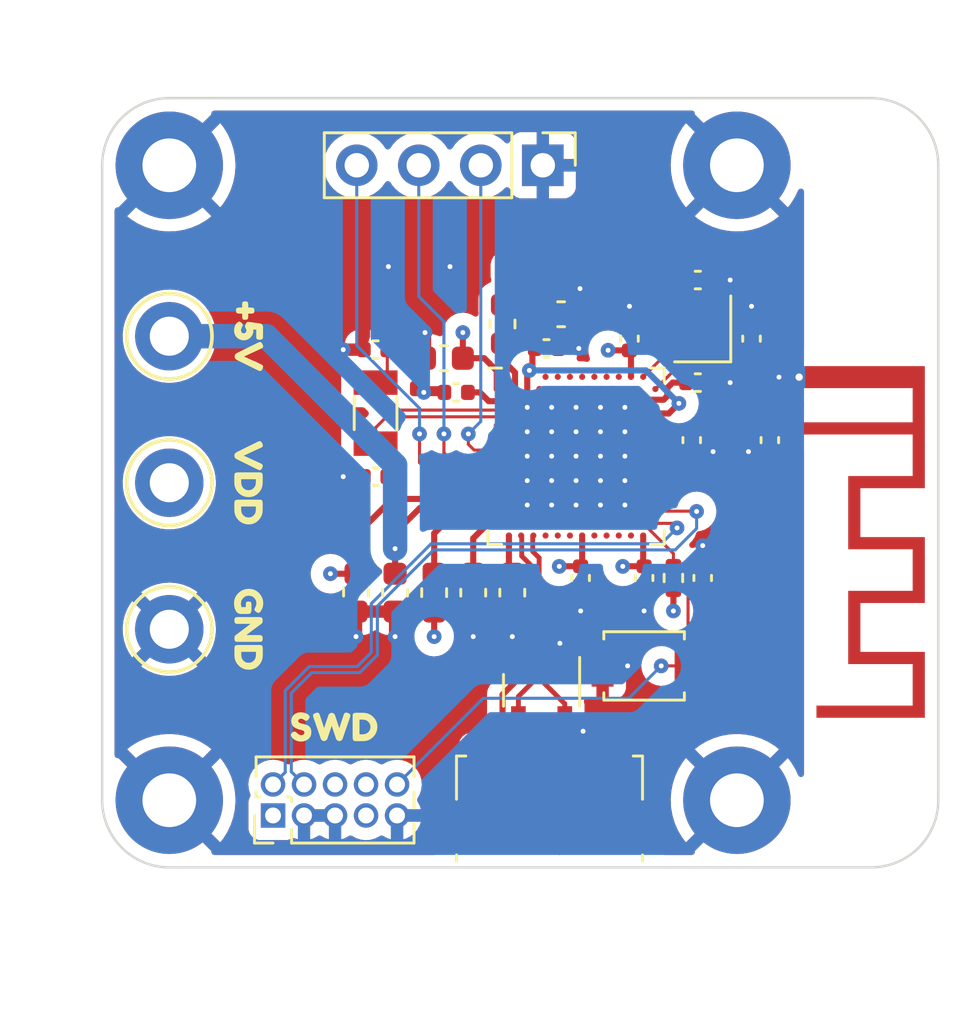
<source format=kicad_pcb>
(kicad_pcb (version 20211014) (generator pcbnew)
  (layers (0 "F.Cu" mixed) (1 "In1.Cu" power) (2 "In2.Cu" power) (31 "B.Cu" mixed) (34 "B.Paste" user) (35 "F.Paste" user) (36 "B.SilkS" user "B.Silkscreen") (37 "F.SilkS" user "F.Silkscreen") (38 "B.Mask" user) (39 "F.Mask" user) (44 "Edge.Cuts" user))
  (net 0 "")
  (net 1 "Net-(AE1-Pad1)")
  (net 2 "GND")
  (net 3 "Net-(C1-Pad2)")
  (net 4 "Net-(C2-Pad2)")
  (net 5 "/~{RESET}")
  (net 6 "Net-(C5-Pad1)")
  (net 7 "Net-(C6-Pad1)")
  (net 8 "Net-(C7-Pad1)")
  (net 9 "VBUS")
  (net 10 "VDD")
  (net 11 "+5V")
  (net 12 "/DEC46")
  (net 13 "/DECUSB")
  (net 14 "/DEC1")
  (net 15 "/DEC3")
  (net 16 "/USB_D-")
  (net 17 "/USB_D+")
  (net 19 "/SWDIO")
  (net 20 "/SWDCLK")
  (net 24 "/DCCH")
  (net 25 "/DCC")
  (net 26 "Net-(L3-Pad2)")
  (net 67 "/IO1")
  (net 68 "/IO2")
  (net 69 "/IO3")
  (footprint "MountingHole:MountingHole_2.2mm_M2_Pad" (layer "F.Cu") (at 138.75 87.5)
    (fp_text reference "H3")
    (fp_text value "MountingHole_Pad")
  )
  (footprint "Package_TO_SOT_SMD:SOT-143" (layer "F.Cu") (at 154 83 -90)
    (fp_text reference "D1")
    (fp_text value "SP0503BAHT")
  )
  (footprint "TestPoint:TestPoint_Keystone_5005-5009_Compact" (layer "F.Cu") (at 138.75 68.5)
    (fp_text reference "TP1")
    (fp_text value "TestPoint")
  )
  (footprint "kibuzzard-646267FA" (layer "F.Cu") (at 142 68.5 -90)
    (fp_text reference "kibuzzard-646267FA" hide)
    (fp_text value "G***" hide)
  )
  (footprint "Capacitor_SMD:C_0402_1005Metric" (layer "F.Cu") (at 160.15 72.755 -90)
    (fp_text reference "C5")
    (fp_text value "0.8pF")
  )
  (footprint "Capacitor_SMD:C_0603_1608Metric" (layer "F.Cu") (at 154.8 67.6)
    (fp_text reference "C12")
    (fp_text value "1µF")
  )
  (footprint "Capacitor_SMD:C_0603_1608Metric" (layer "F.Cu") (at 151.2 79 -90)
    (fp_text reference "C13")
    (fp_text value "4.7µF")
  )
  (footprint "Inductor_SMD:L_0402_1005Metric" (layer "F.Cu") (at 161.75 72.275 180)
    (fp_text reference "L1")
    (fp_text value "4.7nH")
  )
  (footprint "Capacitor_SMD:C_0402_1005Metric" (layer "F.Cu") (at 147.2 69.05 180)
    (fp_text reference "C6")
    (fp_text value "9pF")
  )
  (footprint "Capacitor_SMD:C_0402_1005Metric" (layer "F.Cu") (at 160.4 70.4)
    (fp_text reference "C18")
    (fp_text value "100pF")
  )
  (footprint "Button_Switch_SMD:SW_SPST_B3U-1000P" (layer "F.Cu") (at 158.2 82)
    (fp_text reference "SW1")
    (fp_text value "SW_Push")
  )
  (footprint "Capacitor_SMD:C_0603_1608Metric" (layer "F.Cu") (at 148 79 -90)
    (fp_text reference "C10")
    (fp_text value "4.7µF")
  )
  (footprint "Capacitor_SMD:C_0402_1005Metric" (layer "F.Cu") (at 154.2 69)
    (fp_text reference "C15")
    (fp_text value "47nF")
  )
  (footprint "Connector_PinHeader_2.54mm:PinHeader_1x04_P2.54mm_Vertical" (layer "F.Cu") (at 154.05 61.5 -90)
    (fp_text reference "J3")
    (fp_text value "Conn_01x04_Male")
  )
  (footprint "Capacitor_SMD:C_0402_1005Metric" (layer "F.Cu") (at 163.35 72.755 -90)
    (fp_text reference "C3")
    (fp_text value "0.5pF")
  )
  (footprint "MountingHole:MountingHole_2.2mm_M2_Pad" (layer "F.Cu") (at 162 61.5)
    (fp_text reference "H2")
    (fp_text value "MountingHole_Pad")
  )
  (footprint "Inductor_SMD:L_0603_1608Metric" (layer "F.Cu") (at 149.6 79 -90)
    (fp_text reference "L2")
    (fp_text value "10µH")
  )
  (footprint "Connector_USB:USB_Micro-B_Molex_47346-0001" (layer "F.Cu") (at 154.325 87.4)
    (fp_text reference "J1")
    (fp_text value "USB_B_Micro")
  )
  (footprint "kibuzzard-64626894" (layer "F.Cu") (at 145.5 84.5)
    (fp_text reference "kibuzzard-64626894" hide)
    (fp_text value "G***" hide)
  )
  (footprint "Inductor_SMD:L_0402_1005Metric" (layer "F.Cu") (at 153.2 65.8)
    (fp_text reference "L4")
    (fp_text value "15nH")
  )
  (footprint "kibuzzard-64626832" (layer "F.Cu") (at 142 80.5 -90)
    (fp_text reference "kibuzzard-64626832" hide)
    (fp_text value "G***" hide)
  )
  (footprint "Inductor_SMD:L_0603_1608Metric" (layer "F.Cu") (at 152.4 68 90)
    (fp_text reference "L3")
    (fp_text value "10µH")
  )
  (footprint "Capacitor_SMD:C_0603_1608Metric" (layer "F.Cu") (at 152.8 79 -90)
    (fp_text reference "C8")
    (fp_text value "4.7µF")
  )
  (footprint "MountingHole:MountingHole_2.2mm_M2_Pad" (layer "F.Cu") (at 138.75 61.5)
    (fp_text reference "H1")
    (fp_text value "MountingHole_Pad")
  )
  (footprint "MountingHole:MountingHole_2.2mm_M2_Pad" (layer "F.Cu") (at 162 87.5)
    (fp_text reference "H4")
    (fp_text value "MountingHole_Pad")
  )
  (footprint "RF_Antenna:Texas_SWRA117D_2.4GHz_Right" (layer "F.Cu") (at 164.55 72.275 -90)
    (fp_text reference "AE1")
    (fp_text value "Antenna_Shield")
  )
  (footprint "Capacitor_SMD:C_0402_1005Metric" (layer "F.Cu") (at 157.6 68.6 90)
    (fp_text reference "C17")
    (fp_text value "100nF")
  )
  (footprint "TestPoint:TestPoint_Keystone_5005-5009_Compact" (layer "F.Cu") (at 138.75 80.5)
    (fp_text reference "TP2")
    (fp_text value "TestPoint")
  )
  (footprint "Crystal:Crystal_SMD_2016-4Pin_2.0x1.6mm" (layer "F.Cu") (at 160.6 68.2 90)
    (fp_text reference "Y1")
    (fp_text value "32MHz")
  )
  (footprint "Capacitor_SMD:C_0402_1005Metric" (layer "F.Cu") (at 155.6 78.4 -90)
    (fp_text reference "C19")
    (fp_text value "100nF")
  )
  (footprint "TestPoint:TestPoint_Keystone_5005-5009_Compact" (layer "F.Cu") (at 138.75 74.5)
    (fp_text reference "TP3")
    (fp_text value "TestPoint")
  )
  (footprint "Capacitor_SMD:C_0402_1005Metric" (layer "F.Cu") (at 150.5 70.8 180)
    (fp_text reference "C16")
    (fp_text value "100nF")
  )
  (footprint "Connector_PinHeader_1.27mm:PinHeader_2x05_P1.27mm_Vertical" (layer "F.Cu") (at 143 88.125 90)
    (fp_text reference "J2")
    (fp_text value "Conn_ARM_JTAG_SWD_10")
  )
  (footprint "Capacitor_SMD:C_0402_1005Metric" (layer "F.Cu") (at 160.4 66.2 180)
    (fp_text reference "C2")
    (fp_text value "12pF")
  )
  (footprint "Resistor_SMD:R_0402_1005Metric" (layer "F.Cu") (at 159.4 78.4 90)
    (fp_text reference "R1")
    (fp_text value "10kΩ")
  )
  (footprint "Capacitor_SMD:C_0603_1608Metric" (layer "F.Cu") (at 150 69.4 180)
    (fp_text reference "C11")
    (fp_text value "1µF")
  )
  (footprint "Crystal:Crystal_SMD_3215-2Pin_3.2x1.5mm" (layer "F.Cu") (at 147.2 71.65 -90)
    (fp_text reference "Y2")
    (fp_text value "32.768kHz")
  )
  (footprint "Capacitor_SMD:C_0402_1005Metric" (layer "F.Cu") (at 162.6 68.6 -90)
    (fp_text reference "C1")
    (fp_text value "12pF")
  )
  (footprint "Capacitor_SMD:C_0402_1005Metric" (layer "F.Cu") (at 160.6 78.4 90)
    (fp_text reference "C4")
    (fp_text value "100nF")
  )
  (footprint "Package_DFN_QFN:Nordic_AQFN-73-1EP_7x7mm_P0.5mm" (layer "F.Cu") (at 155.4125 73.4125)
    (fp_text reference "U1")
    (fp_text value "nRF52840")
  )
  (footprint "Capacitor_SMD:C_0402_1005Metric" (layer "F.Cu") (at 147.2 74.25 180)
    (fp_text reference "C7")
    (fp_text value "9pF")
  )
  (footprint "Capacitor_SMD:C_0603_1608Metric" (layer "F.Cu") (at 146.4 79 -90)
    (fp_text reference "C9")
    (fp_text value "4.7µF")
  )
  (footprint "kibuzzard-646267F1" (layer "F.Cu") (at 142 74.5 -90)
    (fp_text reference "kibuzzard-646267F1" hide)
    (fp_text value "G***" hide)
  )
  (footprint "Capacitor_SMD:C_0402_1005Metric" (layer "F.Cu") (at 158.2 78.4 -90)
    (fp_text reference "C14")
    (fp_text value "100nF")
  )
  (gr_line (start 136 61.5) (end 136 87.5) (layer "Edge.Cuts") (width 0.1))
  (gr_arc (start 170.25 87.5) (mid 169.444544 89.444544) (end 167.5 90.25) (layer "Edge.Cuts") (width 0.1))
  (gr_line (start 170.25 87.5) (end 170.25 61.5) (layer "Edge.Cuts") (width 0.1))
  (gr_arc (start 136 61.5) (mid 136.805456 59.555456) (end 138.75 58.75) (layer "Edge.Cuts") (width 0.1))
  (gr_line (start 167.5 58.75) (end 138.75 58.75) (layer "Edge.Cuts") (width 0.1))
  (gr_arc (start 167.5 58.75) (mid 169.444544 59.555456) (end 170.25 61.5) (layer "Edge.Cuts") (width 0.1))
  (gr_arc (start 138.75 90.25) (mid 136.805456 89.444544) (end 136 87.5) (layer "Edge.Cuts") (width 0.1))
  (gr_line (start 138.75 90.25) (end 167.5 90.25) (layer "Edge.Cuts") (width 0.1))
  (segment (start 163.35 72.275) (end 164.55 72.275) (width 0.245) (layer "F.Cu") (net 1))
  (segment (start 162.235 72.275) (end 163.35 72.275) (width 0.245) (layer "F.Cu") (net 1))
  (segment (start 154.68 69) (end 155.525 69) (width 0.25) (layer "F.Cu") (net 2))
  (segment (start 149.225 69.4) (end 149.225 68.35) (width 0.25) (layer "F.Cu") (net 2))
  (segment (start 155.625 84.75) (end 155.7 84.675) (width 0.25) (layer "F.Cu") (net 2))
  (segment (start 153.9125 70.6625) (end 153.9125 71.9125) (width 0.25) (layer "F.Cu") (net 2))
  (segment (start 153.9125 71.9125) (end 155.4125 73.4125) (width 0.25) (layer "F.Cu") (net 2))
  (segment (start 160.05 68.9) (end 160.05 68.65) (width 0.25) (layer "F.Cu") (net 2))
  (segment (start 156.9125 71.9125) (end 155.4125 73.4125) (width 0.25) (layer "F.Cu") (net 2))
  (segment (start 146.72 69.05) (end 145.875 69.05) (width 0.25) (layer "F.Cu") (net 2))
  (segment (start 158.2 78.88) (end 158.2 79.75) (width 0.25) (layer "F.Cu") (net 2))
  (segment (start 156.5 82) (end 157.525 82) (width 0.25) (layer "F.Cu") (net 2))
  (segment (start 155.575 67.6) (end 155.575 66.55) (width 0.25) (layer "F.Cu") (net 2))
  (segment (start 152.8 79.775) (end 152.8 80.8) (width 0.25) (layer "F.Cu") (net 2))
  (segment (start 155.6 78.88) (end 155.6 79.75) (width 0.25) (layer "F.Cu") (net 2))
  (segment (start 160.5 68.2) (end 160.7 68.2) (width 0.25) (layer "F.Cu") (net 2))
  (segment (start 161.015 73.235) (end 161.025 73.225) (width 0.25) (layer "F.Cu") (net 2))
  (segment (start 161.15 67.5) (end 161.375 67.275) (width 0.25) (layer "F.Cu") (net 2))
  (segment (start 158.1625 71.9125) (end 156.9125 71.9125) (width 0.25) (layer "F.Cu") (net 2))
  (segment (start 160.6 77.92) (end 160.6 77.075) (width 0.25) (layer "F.Cu") (net 2))
  (segment (start 161.375 67.275) (end 162.6 67.275) (width 0.25) (layer "F.Cu") (net 2))
  (segment (start 157.6 68.12) (end 157.6 67.275) (width 0.25) (layer "F.Cu") (net 2))
  (segment (start 161.15 67.75) (end 161.15 67.5) (width 0.25) (layer "F.Cu") (net 2))
  (segment (start 150.02 70.8) (end 149.175 70.8) (width 0.25) (layer "F.Cu") (net 2))
  (segment (start 163.35 73.235) (end 162.485 73.235) (width 0.25) (layer "F.Cu") (net 2))
  (segment (start 160.7 68.2) (end 161.15 67.75) (width 0.25) (layer "F.Cu") (net 2))
  (segment (start 155.625 85.94) (end 155.625 84.75) (width 0.25) (layer "F.Cu") (net 2))
  (segment (start 148 79.775) (end 148 80.8) (width 0.25) (layer "F.Cu") (net 2))
  (segment (start 146.72 74.25) (end 145.875 74.25) (width 0.25) (layer "F.Cu") (net 2))
  (segment (start 164.55 70.175) (end 163.725 70.175) (width 0.25) (layer "F.Cu") (net 2))
  (segment (start 154.75 82) (end 154.75 81.075) (width 0.25) (layer "F.Cu") (net 2))
  (segment (start 162.6 68.12) (end 162.6 67.275) (width 0.25) (layer "F.Cu") (net 2))
  (segment (start 160.88 70.4) (end 161.725 70.4) (width 0.25) (layer "F.Cu") (net 2))
  (segment (start 160.88 66.2) (end 161.725 66.2) (width 0.25) (layer "F.Cu") (net 2))
  (segment (start 160.15 73.235) (end 161.015 73.235) (width 0.25) (layer "F.Cu") (net 2))
  (segment (start 151.2 79.775) (end 151.2 80.8) (width 0.25) (layer "F.Cu") (net 2))
  (segment (start 160.05 68.65) (end 160.5 68.2) (width 0.25) (layer "F.Cu") (net 2))
  (segment (start 146.4 79.775) (end 146.4 80.8) (width 0.25) (layer "F.Cu") (net 2))
  (segment (start 162.485 73.235) (end 162.475 73.225) (width 0.25) (layer "F.Cu") (net 2))
  (via (at 157.4125 73.4125) (size 0.6) (drill 0.2) (layers "F.Cu" "B.Cu") (net 2))
  (via (at 155.4125 73.4125) (size 0.6) (drill 0.2) (layers "F.Cu" "B.Cu") (net 2))
  (via (at 155.4125 74.4125) (size 0.6) (drill 0.2) (layers "F.Cu" "B.Cu") (net 2))
  (via (at 156.4125 71.4125) (size 0.6) (drill 0.2) (layers "F.Cu" "B.Cu") (net 2))
  (via (at 145.875 74.25) (size 0.6) (drill 0.2) (layers "F.Cu" "B.Cu") (net 2))
  (via (at 153.4125 71.4125) (size 0.6) (drill 0.2) (layers "F.Cu" "B.Cu") (net 2))
  (via (at 155.4125 75.4125) (size 0.6) (drill 0.2) (layers "F.Cu" "B.Cu") (net 2))
  (via (at 162.475 73.225) (size 0.6) (drill 0.2) (layers "F.Cu" "B.Cu") (net 2))
  (via (at 155.4125 72.4125) (size 0.6) (drill 0.2) (layers "F.Cu" "B.Cu") (net 2))
  (via (at 155.7 84.675) (size 0.6) (drill 0.2) (layers "F.Cu" "B.Cu") (net 2))
  (via (at 156.4125 73.4125) (size 0.6) (drill 0.2) (layers "F.Cu" "B.Cu") (net 2))
  (via (at 161.025 73.225) (size 0.6) (drill 0.2) (layers "F.Cu" "B.Cu") (net 2))
  (via (at 160.6 77.075) (size 0.6) (drill 0.2) (layers "F.Cu" "B.Cu") (net 2))
  (via (at 157.4125 71.4125) (size 0.6) (drill 0.2) (layers "F.Cu" "B.Cu") (net 2))
  (via (at 158.2 79.75) (size 0.6) (drill 0.2) (layers "F.Cu" "B.Cu") (net 2))
  (via (at 154.4125 73.4125) (size 0.6) (drill 0.2) (layers "F.Cu" "B.Cu") (net 2))
  (via (at 161.725 66.2) (size 0.6) (drill 0.2) (layers "F.Cu" "B.Cu") (net 2))
  (via (at 147.725 65.65) (size 0.6) (drill 0.2) (layers "F.Cu" "B.Cu") (net 2))
  (via (at 163.725 70.175) (size 0.6) (drill 0.2) (layers "F.Cu" "B.Cu") (net 2))
  (via (at 150.25 65.65) (size 0.6) (drill 0.2) (layers "F.Cu" "B.Cu") (net 2))
  (via (at 153.4125 75.4125) (size 0.6) (drill 0.2) (layers "F.Cu" "B.Cu") (net 2))
  (via (at 154.75 81.075) (size 0.6) (drill 0.2) (layers "F.Cu" "B.Cu") (net 2))
  (via (at 154.4125 74.4125) (size 0.6) (drill 0.2) (layers "F.Cu" "B.Cu") (net 2))
  (via (at 155.6 79.75) (size 0.6) (drill 0.2) (layers "F.Cu" "B.Cu") (net 2))
  (via (at 145.875 69.05) (size 0.6) (drill 0.2) (layers "F.Cu" "B.Cu") (net 2))
  (via (at 155.575 66.55) (size 0.6) (drill 0.2) (layers "F.Cu" "B.Cu") (net 2))
  (via (at 153.4125 72.4125) (size 0.6) (drill 0.2) (layers "F.Cu" "B.Cu") (net 2))
  (via (at 153.4125 73.4125) (size 0.6) (drill 0.2) (layers "F.Cu" "B.Cu") (net 2))
  (via (at 156.4125 72.4125) (size 0.6) (drill 0.2) (layers "F.Cu" "B.Cu") (net 2))
  (via (at 157.4125 74.4125) (size 0.6) (drill 0.2) (layers "F.Cu" "B.Cu") (net 2))
  (via (at 156.4125 74.4125) (size 0.6) (drill 0.2) (layers "F.Cu" "B.Cu") (net 2))
  (via (at 152.8 80.8) (size 0.6) (drill 0.2) (layers "F.Cu" "B.Cu") (net 2))
  (via (at 154.4125 72.4125) (size 0.6) (drill 0.2) (layers "F.Cu" "B.Cu") (net 2))
  (via (at 156.4125 75.4125) (size 0.6) (drill 0.2) (layers "F.Cu" "B.Cu") (net 2))
  (via (at 148 80.8) (size 0.6) (drill 0.2) (layers "F.Cu" "B.Cu") (net 2))
  (via (at 154.4125 71.4125) (size 0.6) (drill 0.2) (layers "F.Cu" "B.Cu") (net 2))
  (via (at 155.525 69) (size 0.6) (drill 0.2) (layers "F.Cu" "B.Cu") (net 2))
  (via (at 149.225 68.35) (size 0.6) (drill 0.2) (layers "F.Cu" "B.Cu") (net 2))
  (via (at 154.4125 75.4125) (size 0.6) (drill 0.2) (layers "F.Cu" "B.Cu") (net 2))
  (via (at 157.4125 75.4125) (size 0.6) (drill 0.2) (layers "F.Cu" "B.Cu") (net 2))
  (via (at 157.525 82) (size 0.6) (drill 0.2) (layers "F.Cu" "B.Cu") (net 2))
  (via (at 161.725 70.4) (size 0.6) (drill 0.2) (layers "F.Cu" "B.Cu") (net 2))
  (via (at 155.4125 71.4125) (size 0.6) (drill 0.2) (layers "F.Cu" "B.Cu") (net 2))
  (via (at 146.4 80.8) (size 0.6) (drill 0.2) (layers "F.Cu" "B.Cu") (net 2))
  (via (at 157.4125 72.4125) (size 0.6) (drill 0.2) (layers "F.Cu" "B.Cu") (net 2))
  (via (at 149.175 70.8) (size 0.6) (drill 0.2) (layers "F.Cu" "B.Cu") (net 2))
  (via (at 151.2 80.8) (size 0.6) (drill 0.2) (layers "F.Cu" "B.Cu") (net 2))
  (via (at 162.6 67.275) (size 0.6) (drill 0.2) (layers "F.Cu" "B.Cu") (net 2))
  (via (at 153.4125 74.4125) (size 0.6) (drill 0.2) (layers "F.Cu" "B.Cu") (net 2))
  (via (at 157.6 67.275) (size 0.6) (drill 0.2) (layers "F.Cu" "B.Cu") (net 2))
  (segment (start 161.15 69.5) (end 161.15 68.9) (width 0.125) (layer "F.Cu") (net 3))
  (segment (start 161.15 68.9) (end 161.33 69.08) (width 0.125) (layer "F.Cu") (net 3))
  (segment (start 158.6625 70.6625) (end 159.525 69.8) (width 0.125) (layer "F.Cu") (net 3))
  (segment (start 159.525 69.8) (end 160.85 69.8) (width 0.125) (layer "F.Cu") (net 3))
  (segment (start 161.33 69.08) (end 162.6 69.08) (width 0.125) (layer "F.Cu") (net 3))
  (segment (start 160.85 69.8) (end 161.15 69.5) (width 0.125) (layer "F.Cu") (net 3))
  (segment (start 159.1 69.225) (end 159.1 67.9) (width 0.125) (layer "F.Cu") (net 4))
  (segment (start 159.92 67.37) (end 160.05 67.5) (width 0.125) (layer "F.Cu") (net 4))
  (segment (start 159.92 66.2) (end 159.92 67.37) (width 0.125) (layer "F.Cu") (net 4))
  (segment (start 158.1625 70.1625) (end 159.1 69.225) (width 0.125) (layer "F.Cu") (net 4))
  (segment (start 159.5 67.5) (end 160.05 67.5) (width 0.125) (layer "F.Cu") (net 4))
  (segment (start 159.1 67.9) (end 159.5 67.5) (width 0.125) (layer "F.Cu") (net 4))
  (segment (start 159.9 82) (end 158.9 82) (width 0.125) (layer "F.Cu") (net 5))
  (segment (start 160.005 78.88) (end 160 78.875) (width 0.125) (layer "F.Cu") (net 5))
  (segment (start 160 81.9) (end 159.9 82) (width 0.125) (layer "F.Cu") (net 5))
  (segment (start 160 78.025) (end 160 78.75) (width 0.125) (layer "F.Cu") (net 5))
  (segment (start 159.4 77.89) (end 159.865 77.89) (width 0.125) (layer "F.Cu") (net 5))
  (segment (start 155.9125 76.1625) (end 156.4125 76.1625) (width 0.125) (layer "F.Cu") (net 5))
  (segment (start 155.4125 76.1625) (end 155.9125 76.1625) (width 0.125) (layer "F.Cu") (net 5))
  (segment (start 159.4 77.4) (end 159.4 77.89) (width 0.125) (layer "F.Cu") (net 5))
  (segment (start 156.4125 76.1625) (end 156.9125 76.1625) (width 0.125) (layer "F.Cu") (net 5))
  (segment (start 156.9125 76.1625) (end 157.4125 76.1625) (width 0.125) (layer "F.Cu") (net 5))
  (segment (start 157.4125 76.1625) (end 158.1625 76.1625) (width 0.125) (layer "F.Cu") (net 5))
  (segment (start 158.1625 76.1625) (end 159.4 77.4) (width 0.125) (layer "F.Cu") (net 5))
  (segment (start 159.865 77.89) (end 160 78.025) (width 0.125) (layer "F.Cu") (net 5))
  (segment (start 160.6 78.88) (end 160.005 78.88) (width 0.125) (layer "F.Cu") (net 5))
  (segment (start 160 78.875) (end 160 81.9) (width 0.125) (layer "F.Cu") (net 5))
  (segment (start 160 78.75) (end 160 78.875) (width 0.125) (layer "F.Cu") (net 5))
  (via (at 158.9 82) (size 0.6) (drill 0.2) (layers "F.Cu" "B.Cu") (net 5))
  (segment (start 151.61 83.325) (end 148.08 86.855) (width 0.125) (layer "B.Cu") (net 5))
  (segment (start 157.575 83.325) (end 151.61 83.325) (width 0.125) (layer "B.Cu") (net 5))
  (segment (start 158.9 82) (end 157.575 83.325) (width 0.125) (layer "B.Cu") (net 5))
  (segment (start 158.3 72.275) (end 160.15 72.275) (width 0.245) (layer "F.Cu") (net 6))
  (segment (start 158.1625 72.4125) (end 158.3 72.275) (width 0.245) (layer "F.Cu") (net 6))
  (segment (start 160.15 72.275) (end 161.265 72.275) (width 0.245) (layer "F.Cu") (net 6))
  (segment (start 147.65 71.525) (end 147.2 71.075) (width 0.125) (layer "F.Cu") (net 7))
  (segment (start 152.55 71.525) (end 147.65 71.525) (width 0.125) (layer "F.Cu") (net 7))
  (segment (start 147.68 69.05) (end 147.68 69.92) (width 0.125) (layer "F.Cu") (net 7))
  (segment (start 147.2 71.075) (end 147.2 70.4) (width 0.125) (layer "F.Cu") (net 7))
  (segment (start 147.68 69.92) (end 147.2 70.4) (width 0.125) (layer "F.Cu") (net 7))
  (segment (start 152.6625 71.4125) (end 152.55 71.525) (width 0.125) (layer "F.Cu") (net 7))
  (segment (start 147.2 72.246447) (end 147.2 72.9) (width 0.125) (layer "F.Cu") (net 8))
  (segment (start 152.6625 71.9125) (end 152.55 71.8) (width 0.125) (layer "F.Cu") (net 8))
  (segment (start 152.55 71.8) (end 147.646447 71.8) (width 0.125) (layer "F.Cu") (net 8))
  (segment (start 147.2 72.9) (end 147.68 73.38) (width 0.125) (layer "F.Cu") (net 8))
  (segment (start 147.68 73.38) (end 147.68 74.25) (width 0.125) (layer "F.Cu") (net 8))
  (segment (start 147.646447 71.8) (end 147.2 72.246447) (width 0.125) (layer "F.Cu") (net 8))
  (segment (start 152 79.025) (end 152 81.425) (width 0.25) (layer "F.Cu") (net 9))
  (segment (start 152 81.425) (end 152.575 82) (width 0.25) (layer "F.Cu") (net 9))
  (segment (start 152.575 82) (end 153.05 82) (width 0.25) (layer "F.Cu") (net 9))
  (segment (start 152.8 78.225) (end 152 79.025) (width 0.25) (layer "F.Cu") (net 9))
  (segment (start 152.4 84.45) (end 152.4 83.175) (width 0.25) (layer "F.Cu") (net 9))
  (segment (start 153.025 85.075) (end 152.4 84.45) (width 0.25) (layer "F.Cu") (net 9))
  (segment (start 152.6625 78.0875) (end 152.8 78.225) (width 0.25) (layer "F.Cu") (net 9))
  (segment (start 152.4 83.175) (end 153.05 82.525) (width 0.25) (layer "F.Cu") (net 9))
  (segment (start 153.025 85.94) (end 153.025 85.075) (width 0.25) (layer "F.Cu") (net 9))
  (segment (start 152.6625 76.6625) (end 152.6625 78.0875) (width 0.25) (layer "F.Cu") (net 9))
  (segment (start 153.05 82.525) (end 153.05 82) (width 0.25) (layer "F.Cu") (net 9))
  (segment (start 159.4 78.91) (end 159.4 79.75) (width 0.25) (layer "F.Cu") (net 10))
  (segment (start 154.73 77.92) (end 154.725 77.925) (width 0.25) (layer "F.Cu") (net 10))
  (segment (start 158.1625 76.6625) (end 158.1625 77.8825) (width 0.25) (layer "F.Cu") (net 10))
  (segment (start 157.6625 70.1625) (end 157.6625 69.1425) (width 0.25) (layer "F.Cu") (net 10))
  (segment (start 155.6 77.92) (end 154.73 77.92) (width 0.25) (layer "F.Cu") (net 10))
  (segment (start 156.73 69.08) (end 156.725 69.075) (width 0.25) (layer "F.Cu") (net 10))
  (segment (start 155.6625 77.8575) (end 155.6 77.92) (width 0.25) (layer "F.Cu") (net 10))
  (segment (start 150.775 69.4) (end 150.775 68.35) (width 0.25) (layer "F.Cu") (net 10))
  (segment (start 152.1625 75.1625) (end 147.8875 75.1625) (width 0.25) (layer "F.Cu") (net 10))
  (segment (start 157.6625 69.1425) (end 157.6 69.08) (width 0.25) (layer "F.Cu") (net 10))
  (segment (start 152.1625 70.6625) (end 152.1625 69.9125) (width 0.25) (layer "F.Cu") (net 10))
  (segment (start 151.65 69.4) (end 150.775 69.4) (width 0.25) (layer "F.Cu") (net 10))
  (segment (start 158.2 77.92) (end 157.33 77.92) (width 0.25) (layer "F.Cu") (net 10))
  (segment (start 157.6 69.08) (end 156.73 69.08) (width 0.25) (layer "F.Cu") (net 10))
  (segment (start 149.6 79.7875) (end 149.6 80.8) (width 0.25) (layer "F.Cu") (net 10))
  (segment (start 146.4 78.225) (end 145.35 78.225) (width 0.25) (layer "F.Cu") (net 10))
  (segment (start 157.33 77.92) (end 157.325 77.925) (width 0.25) (layer "F.Cu") (net 10))
  (segment (start 152.1625 69.9125) (end 151.65 69.4) (width 0.25) (layer "F.Cu") (net 10))
  (segment (start 158.1625 77.8825) (end 158.2 77.92) (width 0.25) (layer "F.Cu") (net 10))
  (segment (start 147.8875 75.1625) (end 146.4 76.65) (width 0.25) (layer "F.Cu") (net 10))
  (segment (start 155.6625 76.6625) (end 155.6625 77.8575) (width 0.25) (layer "F.Cu") (net 10))
  (segment (start 146.4 76.65) (end 146.4 78.225) (width 0.25) (layer "F.Cu") (net 10))
  (via (at 150.775 68.35) (size 0.6) (drill 0.2) (layers "F.Cu" "B.Cu") (net 10))
  (via (at 149.6 80.8) (size 0.6) (drill 0.2) (layers "F.Cu" "B.Cu") (net 10))
  (via (at 156.725 69.075) (size 0.6) (drill 0.2) (layers "F.Cu" "B.Cu") (net 10))
  (via (at 145.35 78.225) (size 0.6) (drill 0.2) (layers "F.Cu" "B.Cu") (net 10))
  (via (at 159.4 79.75) (size 0.6) (drill 0.2) (layers "F.Cu" "B.Cu") (net 10))
  (via (at 154.725 77.925) (size 0.6) (drill 0.2) (layers "F.Cu" "B.Cu") (net 10))
  (via (at 157.325 77.925) (size 0.6) (drill 0.2) (layers "F.Cu" "B.Cu") (net 10))
  (segment (start 152.5375 75.5375) (end 149.0125 75.5375) (width 0.25) (layer "F.Cu") (net 11))
  (segment (start 149.0125 75.5375) (end 148 76.55) (width 0.25) (layer "F.Cu") (net 11))
  (segment (start 148 76.55) (end 148 77.2) (width 0.25) (layer "F.Cu") (net 11))
  (segment (start 148 78.225) (end 148 77.2) (width 0.25) (layer "F.Cu") (net 11))
  (segment (start 152.6625 75.4125) (end 152.5375 75.5375) (width 0.25) (layer "F.Cu") (net 11))
  (via (at 148 77.2) (size 0.6) (drill 0.2) (layers "F.Cu" "B.Cu") (net 11))
  (segment (start 148 73.775) (end 148 77.2) (width 1) (layer "B.Cu") (net 11))
  (segment (start 138.75 68.5) (end 142.725 68.5) (width 1) (layer "B.Cu") (net 11))
  (segment (start 142.725 68.5) (end 148 73.775) (width 1) (layer "B.Cu") (net 11))
  (segment (start 153.4125 70.6625) (end 153.4125 69.9875) (width 0.25) (layer "F.Cu") (net 12))
  (segment (start 153.625 69.095) (end 153.72 69) (width 0.25) (layer "F.Cu") (net 12))
  (segment (start 153.5 69.9) (end 153.625 69.775) (width 0.25) (layer "F.Cu") (net 12))
  (segment (start 153.4125 69.9875) (end 153.5 69.9) (width 0.25) (layer "F.Cu") (net 12))
  (segment (start 153.8 68.92) (end 153.8 67.825) (width 0.25) (layer "F.Cu") (net 12))
  (segment (start 153.8 67.825) (end 154.025 67.6) (width 0.25) (layer "F.Cu") (net 12))
  (segment (start 158.6625 71.6625) (end 159.2125 71.6625) (width 0.25) (layer "F.Cu") (net 12))
  (segment (start 153.625 69.775) (end 153.625 69.095) (width 0.25) (layer "F.Cu") (net 12))
  (segment (start 153.775 65.89) (end 153.685 65.8) (width 0.25) (layer "F.Cu") (net 12))
  (segment (start 154.025 67.6) (end 153.775 67.35) (width 0.25) (layer "F.Cu") (net 12))
  (segment (start 159.2125 71.6625) (end 159.625 71.25) (width 0.25) (layer "F.Cu") (net 12))
  (segment (start 153.775 67.35) (end 153.775 65.89) (width 0.25) (layer "F.Cu") (net 12))
  (segment (start 153.72 69) (end 153.8 68.92) (width 0.25) (layer "F.Cu") (net 12))
  (via (at 159.625 71.25) (size 0.6) (drill 0.2) (layers "F.Cu" "B.Cu") (net 12))
  (via (at 153.5 69.9) (size 0.6) (drill 0.2) (layers "F.Cu" "B.Cu") (net 12))
  (segment (start 153.5 69.9) (end 158.275 69.9) (width 0.25) (layer "B.Cu") (net 12))
  (segment (start 158.275 69.9) (end 159.625 71.25) (width 0.25) (layer "B.Cu") (net 12))
  (segment (start 151.6875 76.2875) (end 151.2 76.775) (width 0.25) (layer "F.Cu") (net 13))
  (segment (start 151.2 76.775) (end 151.2 78.225) (width 0.25) (layer "F.Cu") (net 13))
  (segment (start 153.2875 76.2875) (end 151.6875 76.2875) (width 0.25) (layer "F.Cu") (net 13))
  (segment (start 153.4125 76.1625) (end 153.2875 76.2875) (width 0.25) (layer "F.Cu") (net 13))
  (segment (start 151.8375 71.1625) (end 152.1625 71.1625) (width 0.25) (layer "F.Cu") (net 14))
  (segment (start 151.475 70.8) (end 151.8375 71.1625) (width 0.25) (layer "F.Cu") (net 14))
  (segment (start 150.98 70.8) (end 151.475 70.8) (width 0.25) (layer "F.Cu") (net 14))
  (segment (start 158.475 71.1) (end 159 71.1) (width 0.25) (layer "F.Cu") (net 15))
  (segment (start 159.15 70.616942) (end 159.366942 70.4) (width 0.25) (layer "F.Cu") (net 15))
  (segment (start 159.15 70.95) (end 159.15 70.616942) (width 0.25) (layer "F.Cu") (net 15))
  (segment (start 159 71.1) (end 159.15 70.95) (width 0.25) (layer "F.Cu") (net 15))
  (segment (start 158.1625 71.4125) (end 158.475 71.1) (width 0.25) (layer "F.Cu") (net 15))
  (segment (start 159.366942 70.4) (end 159.92 70.4) (width 0.25) (layer "F.Cu") (net 15))
  (segment (start 153.1625 76.6625) (end 153.187499 76.687499) (width 0.2) (layer "F.Cu") (net 16))
  (segment (start 153.675 85.94) (end 153.675 85.05) (width 0.2) (layer "F.Cu") (net 16))
  (segment (start 153.05 84.425) (end 153.05 84) (width 0.2) (layer "F.Cu") (net 16))
  (segment (start 153.675 85.05) (end 153.05 84.425) (width 0.2) (layer "F.Cu") (net 16))
  (segment (start 153.575 77.888604) (end 153.575 82.725) (width 0.2) (layer "F.Cu") (net 16))
  (segment (start 153.575 82.725) (end 153.05 83.25) (width 0.2) (layer "F.Cu") (net 16))
  (segment (start 153.187499 76.687499) (end 153.187499 77.501103) (width 0.2) (layer "F.Cu") (net 16))
  (segment (start 153.05 83.25) (end 153.05 84) (width 0.2) (layer "F.Cu") (net 16))
  (segment (start 153.187499 77.501103) (end 153.575 77.888604) (width 0.2) (layer "F.Cu") (net 16))
  (segment (start 153.9 77.577234) (end 153.9 82.5) (width 0.2) (layer "F.Cu") (net 17))
  (segment (start 153.9 82.5) (end 154.95 83.55) (width 0.2) (layer "F.Cu") (net 17))
  (segment (start 154.325 85.94) (end 154.325 85.05) (width 0.2) (layer "F.Cu") (net 17))
  (segment (start 154.325 85.05) (end 154.95 84.425) (width 0.2) (layer "F.Cu") (net 17))
  (segment (start 154.95 84.425) (end 154.95 84) (width 0.2) (layer "F.Cu") (net 17))
  (segment (start 153.6625 76.6625) (end 153.637501 76.687499) (width 0.2) (layer "F.Cu") (net 17))
  (segment (start 153.637501 77.314735) (end 153.9 77.577234) (width 0.2) (layer "F.Cu") (net 17))
  (segment (start 154.95 83.55) (end 154.95 84) (width 0.2) (layer "F.Cu") (net 17))
  (segment (start 153.637501 76.687499) (end 153.637501 77.314735) (width 0.2) (layer "F.Cu") (net 17))
  (segment (start 159.3625 76.1625) (end 159.55 76.35) (width 0.125) (layer "F.Cu") (net 19))
  (segment (start 158.6625 76.1625) (end 159.3625 76.1625) (width 0.125) (layer "F.Cu") (net 19))
  (via (at 159.55 76.35) (size 0.6) (drill 0.2) (layers "F.Cu" "B.Cu") (net 19))
  (segment (start 144.48557 82.025) (end 143.5 83.01057) (width 0.125) (layer "B.Cu") (net 19))
  (segment (start 149.475 77) (end 147.025 79.45) (width 0.125) (layer "B.Cu") (net 19))
  (segment (start 147.025 79.45) (end 147.025 81.45) (width 0.125) (layer "B.Cu") (net 19))
  (segment (start 143.5 83.01057) (end 143.5 86.355) (width 0.125) (layer "B.Cu") (net 19))
  (segment (start 158.9 77) (end 149.475 77) (width 0.125) (layer "B.Cu") (net 19))
  (segment (start 159.55 76.35) (end 158.9 77) (width 0.125) (layer "B.Cu") (net 19))
  (segment (start 146.45 82.025) (end 144.48557 82.025) (width 0.125) (layer "B.Cu") (net 19))
  (segment (start 143.5 86.355) (end 143 86.855) (width 0.125) (layer "B.Cu") (net 19))
  (segment (start 147.025 81.45) (end 146.45 82.025) (width 0.125) (layer "B.Cu") (net 19))
  (segment (start 158.6625 75.6625) (end 160.3375 75.6625) (width 0.125) (layer "F.Cu") (net 20))
  (segment (start 160.3375 75.6625) (end 160.35 75.675) (width 0.125) (layer "F.Cu") (net 20))
  (via (at 160.35 75.675) (size 0.6) (drill 0.2) (layers "F.Cu" "B.Cu") (net 20))
  (segment (start 159.475 77.25) (end 149.578554 77.25) (width 0.125) (layer "B.Cu") (net 20))
  (segment (start 160.35 75.675) (end 160.35 76.375) (width 0.125) (layer "B.Cu") (net 20))
  (segment (start 160.35 76.375) (end 159.475 77.25) (width 0.125) (layer "B.Cu") (net 20))
  (segment (start 146.553553 82.275) (end 144.589124 82.275) (width 0.125) (layer "B.Cu") (net 20))
  (segment (start 147.275 79.553554) (end 147.275 81.553554) (width 0.125) (layer "B.Cu") (net 20))
  (segment (start 143.75 86.335) (end 144.27 86.855) (width 0.125) (layer "B.Cu") (net 20))
  (segment (start 143.75 83.114124) (end 143.75 86.335) (width 0.125) (layer "B.Cu") (net 20))
  (segment (start 149.578554 77.25) (end 147.275 79.553554) (width 0.125) (layer "B.Cu") (net 20))
  (segment (start 147.275 81.553554) (end 146.553553 82.275) (width 0.125) (layer "B.Cu") (net 20))
  (segment (start 144.589124 82.275) (end 143.75 83.114124) (width 0.125) (layer "B.Cu") (net 20))
  (segment (start 149.6 76.575) (end 149.6 78.2125) (width 0.25) (layer "F.Cu") (net 24))
  (segment (start 150.2625 75.9125) (end 149.6 76.575) (width 0.25) (layer "F.Cu") (net 24))
  (segment (start 152.6625 75.9125) (end 150.2625 75.9125) (width 0.25) (layer "F.Cu") (net 24))
  (segment (start 152.4 68.7875) (end 152.4 69.475) (width 0.25) (layer "F.Cu") (net 25))
  (segment (start 152.9125 69.9875) (end 152.9125 70.6625) (width 0.25) (layer "F.Cu") (net 25))
  (segment (start 152.4 69.475) (end 152.9125 69.9875) (width 0.25) (layer "F.Cu") (net 25))
  (segment (start 152.65 66.9625) (end 152.4 67.2125) (width 0.25) (layer "F.Cu") (net 26))
  (segment (start 152.715 65.8) (end 152.65 65.865) (width 0.25) (layer "F.Cu") (net 26))
  (segment (start 152.65 65.865) (end 152.65 66.9625) (width 0.25) (layer "F.Cu") (net 26))
  (segment (start 152.1625 73.1625) (end 151.2375 73.1625) (width 0.125) (layer "F.Cu") (net 67))
  (segment (start 151.2375 73.1625) (end 151 72.925) (width 0.125) (layer "F.Cu") (net 67))
  (segment (start 151 72.925) (end 151 72.5) (width 0.125) (layer "F.Cu") (net 67))
  (via (at 151 72.5) (size 0.6) (drill 0.2) (layers "F.Cu" "B.Cu") (net 67))
  (segment (start 151 72.5) (end 151.51 71.99) (width 0.125) (layer "B.Cu") (net 67))
  (segment (start 151.51 71.99) (end 151.51 61.5) (width 0.125) (layer "B.Cu") (net 67))
  (segment (start 150 72.5) (end 150 73.275) (width 0.125) (layer "F.Cu") (net 68))
  (segment (start 150.3875 73.6625) (end 152.1625 73.6625) (width 0.125) (layer "F.Cu") (net 68))
  (segment (start 150 73.275) (end 150.3875 73.6625) (width 0.125) (layer "F.Cu") (net 68))
  (via (at 150 72.5) (size 0.6) (drill 0.2) (layers "F.Cu" "B.Cu") (net 68))
  (segment (start 150 67.9) (end 148.97 66.87) (width 0.125) (layer "B.Cu") (net 68))
  (segment (start 150 72.5) (end 150 67.9) (width 0.125) (layer "B.Cu") (net 68))
  (segment (start 148.97 66.87) (end 148.97 61.5) (width 0.125) (layer "B.Cu") (net 68))
  (segment (start 149 72.5) (end 149 73.675) (width 0.125) (layer "F.Cu") (net 69))
  (segment (start 149 73.675) (end 149.4875 74.1625) (width 0.125) (layer "F.Cu") (net 69))
  (segment (start 149.4875 74.1625) (end 152.1625 74.1625) (width 0.125) (layer "F.Cu") (net 69))
  (via (at 149 72.5) (size 0.6) (drill 0.2) (layers "F.Cu" "B.Cu") (net 69))
  (segment (start 146.43 68.88) (end 146.43 61.5) (width 0.125) (layer "B.Cu") (net 69))
  (segment (start 149 72.5) (end 149 71.45) (width 0.125) (layer "B.Cu") (net 69))
  (segment (start 149 71.45) (end 146.43 68.88) (width 0.125) (layer "B.Cu") (net 69))
  (zone (net 2) (net_name "GND") (layers "F.Cu" "In1.Cu" "B.Cu") (connect_pads (clearance 0.508)) (min_thickness 0.254) (fill yes (thermal_gap 0.508) (thermal_bridge_width 0.508))
    (polygon (pts (xy 164.75 61.5) (xy 164.75 87.5) (xy 162 90.25) (xy 136 90.25) (xy 136 58.75) (xy 162.25 58.75)))
  )
)
</source>
